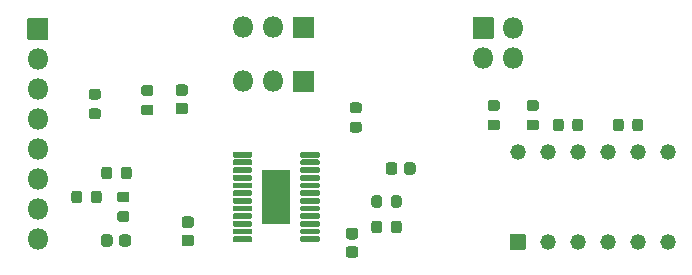
<source format=gbr>
G04 #@! TF.GenerationSoftware,KiCad,Pcbnew,(5.1.8)-1*
G04 #@! TF.CreationDate,2021-02-01T15:09:40-08:00*
G04 #@! TF.ProjectId,Modular_single_driver_Driver,4d6f6475-6c61-4725-9f73-696e676c655f,rev?*
G04 #@! TF.SameCoordinates,Original*
G04 #@! TF.FileFunction,Soldermask,Top*
G04 #@! TF.FilePolarity,Negative*
%FSLAX46Y46*%
G04 Gerber Fmt 4.6, Leading zero omitted, Abs format (unit mm)*
G04 Created by KiCad (PCBNEW (5.1.8)-1) date 2021-02-01 15:09:40*
%MOMM*%
%LPD*%
G01*
G04 APERTURE LIST*
%ADD10O,1.800000X1.800000*%
%ADD11C,1.320000*%
%ADD12R,2.400000X4.680000*%
G04 APERTURE END LIST*
D10*
X169291000Y-111379000D03*
X171831000Y-111379000D03*
G36*
G01*
X173521000Y-110479000D02*
X175221000Y-110479000D01*
G75*
G02*
X175271000Y-110529000I0J-50000D01*
G01*
X175271000Y-112229000D01*
G75*
G02*
X175221000Y-112279000I-50000J0D01*
G01*
X173521000Y-112279000D01*
G75*
G02*
X173471000Y-112229000I0J50000D01*
G01*
X173471000Y-110529000D01*
G75*
G02*
X173521000Y-110479000I50000J0D01*
G01*
G37*
G36*
G01*
X178773500Y-124756500D02*
X178223500Y-124756500D01*
G75*
G02*
X177973500Y-124506500I0J250000D01*
G01*
X177973500Y-124006500D01*
G75*
G02*
X178223500Y-123756500I250000J0D01*
G01*
X178773500Y-123756500D01*
G75*
G02*
X179023500Y-124006500I0J-250000D01*
G01*
X179023500Y-124506500D01*
G75*
G02*
X178773500Y-124756500I-250000J0D01*
G01*
G37*
G36*
G01*
X178773500Y-126306500D02*
X178223500Y-126306500D01*
G75*
G02*
X177973500Y-126056500I0J250000D01*
G01*
X177973500Y-125556500D01*
G75*
G02*
X178223500Y-125306500I250000J0D01*
G01*
X178773500Y-125306500D01*
G75*
G02*
X179023500Y-125556500I0J-250000D01*
G01*
X179023500Y-126056500D01*
G75*
G02*
X178773500Y-126306500I-250000J0D01*
G01*
G37*
G36*
G01*
X163809000Y-113165000D02*
X164359000Y-113165000D01*
G75*
G02*
X164609000Y-113415000I0J-250000D01*
G01*
X164609000Y-113915000D01*
G75*
G02*
X164359000Y-114165000I-250000J0D01*
G01*
X163809000Y-114165000D01*
G75*
G02*
X163559000Y-113915000I0J250000D01*
G01*
X163559000Y-113415000D01*
G75*
G02*
X163809000Y-113165000I250000J0D01*
G01*
G37*
G36*
G01*
X163809000Y-111615000D02*
X164359000Y-111615000D01*
G75*
G02*
X164609000Y-111865000I0J-250000D01*
G01*
X164609000Y-112365000D01*
G75*
G02*
X164359000Y-112615000I-250000J0D01*
G01*
X163809000Y-112615000D01*
G75*
G02*
X163559000Y-112365000I0J250000D01*
G01*
X163559000Y-111865000D01*
G75*
G02*
X163809000Y-111615000I250000J0D01*
G01*
G37*
G36*
G01*
X182338000Y-118470000D02*
X182338000Y-119020000D01*
G75*
G02*
X182088000Y-119270000I-250000J0D01*
G01*
X181588000Y-119270000D01*
G75*
G02*
X181338000Y-119020000I0J250000D01*
G01*
X181338000Y-118470000D01*
G75*
G02*
X181588000Y-118220000I250000J0D01*
G01*
X182088000Y-118220000D01*
G75*
G02*
X182338000Y-118470000I0J-250000D01*
G01*
G37*
G36*
G01*
X183888000Y-118470000D02*
X183888000Y-119020000D01*
G75*
G02*
X183638000Y-119270000I-250000J0D01*
G01*
X183138000Y-119270000D01*
G75*
G02*
X182888000Y-119020000I0J250000D01*
G01*
X182888000Y-118470000D01*
G75*
G02*
X183138000Y-118220000I250000J0D01*
G01*
X183638000Y-118220000D01*
G75*
G02*
X183888000Y-118470000I0J-250000D01*
G01*
G37*
G36*
G01*
X157234000Y-125116000D02*
X157234000Y-124566000D01*
G75*
G02*
X157484000Y-124316000I250000J0D01*
G01*
X157984000Y-124316000D01*
G75*
G02*
X158234000Y-124566000I0J-250000D01*
G01*
X158234000Y-125116000D01*
G75*
G02*
X157984000Y-125366000I-250000J0D01*
G01*
X157484000Y-125366000D01*
G75*
G02*
X157234000Y-125116000I0J250000D01*
G01*
G37*
G36*
G01*
X158784000Y-125116000D02*
X158784000Y-124566000D01*
G75*
G02*
X159034000Y-124316000I250000J0D01*
G01*
X159534000Y-124316000D01*
G75*
G02*
X159784000Y-124566000I0J-250000D01*
G01*
X159784000Y-125116000D01*
G75*
G02*
X159534000Y-125366000I-250000J0D01*
G01*
X159034000Y-125366000D01*
G75*
G02*
X158784000Y-125116000I0J250000D01*
G01*
G37*
G36*
G01*
X164867000Y-125341000D02*
X164317000Y-125341000D01*
G75*
G02*
X164067000Y-125091000I0J250000D01*
G01*
X164067000Y-124591000D01*
G75*
G02*
X164317000Y-124341000I250000J0D01*
G01*
X164867000Y-124341000D01*
G75*
G02*
X165117000Y-124591000I0J-250000D01*
G01*
X165117000Y-125091000D01*
G75*
G02*
X164867000Y-125341000I-250000J0D01*
G01*
G37*
G36*
G01*
X164867000Y-123791000D02*
X164317000Y-123791000D01*
G75*
G02*
X164067000Y-123541000I0J250000D01*
G01*
X164067000Y-123041000D01*
G75*
G02*
X164317000Y-122791000I250000J0D01*
G01*
X164867000Y-122791000D01*
G75*
G02*
X165117000Y-123041000I0J-250000D01*
G01*
X165117000Y-123541000D01*
G75*
G02*
X164867000Y-123791000I-250000J0D01*
G01*
G37*
G36*
G01*
X188711000Y-107704001D02*
X188711000Y-106004001D01*
G75*
G02*
X188761000Y-105954001I50000J0D01*
G01*
X190461000Y-105954001D01*
G75*
G02*
X190511000Y-106004001I0J-50000D01*
G01*
X190511000Y-107704001D01*
G75*
G02*
X190461000Y-107754001I-50000J0D01*
G01*
X188761000Y-107754001D01*
G75*
G02*
X188711000Y-107704001I0J50000D01*
G01*
G37*
X192151000Y-106854001D03*
X189611000Y-109394001D03*
X192151000Y-109394001D03*
G36*
G01*
X150992000Y-107784000D02*
X150992000Y-106084000D01*
G75*
G02*
X151042000Y-106034000I50000J0D01*
G01*
X152742000Y-106034000D01*
G75*
G02*
X152792000Y-106084000I0J-50000D01*
G01*
X152792000Y-107784000D01*
G75*
G02*
X152742000Y-107834000I-50000J0D01*
G01*
X151042000Y-107834000D01*
G75*
G02*
X150992000Y-107784000I0J50000D01*
G01*
G37*
X151892000Y-109474000D03*
X151892000Y-112014000D03*
X151892000Y-114554000D03*
X151892000Y-117094000D03*
X151892000Y-119634000D03*
X151892000Y-122174000D03*
X151892000Y-124714000D03*
G36*
G01*
X173521000Y-105907000D02*
X175221000Y-105907000D01*
G75*
G02*
X175271000Y-105957000I0J-50000D01*
G01*
X175271000Y-107657000D01*
G75*
G02*
X175221000Y-107707000I-50000J0D01*
G01*
X173521000Y-107707000D01*
G75*
G02*
X173471000Y-107657000I0J50000D01*
G01*
X173471000Y-105957000D01*
G75*
G02*
X173521000Y-105907000I50000J0D01*
G01*
G37*
X171831000Y-106807000D03*
X169291000Y-106807000D03*
G36*
G01*
X158184000Y-118826000D02*
X158184000Y-119426000D01*
G75*
G02*
X157959000Y-119651000I-225000J0D01*
G01*
X157509000Y-119651000D01*
G75*
G02*
X157284000Y-119426000I0J225000D01*
G01*
X157284000Y-118826000D01*
G75*
G02*
X157509000Y-118601000I225000J0D01*
G01*
X157959000Y-118601000D01*
G75*
G02*
X158184000Y-118826000I0J-225000D01*
G01*
G37*
G36*
G01*
X159834000Y-118826000D02*
X159834000Y-119426000D01*
G75*
G02*
X159609000Y-119651000I-225000J0D01*
G01*
X159159000Y-119651000D01*
G75*
G02*
X158934000Y-119426000I0J225000D01*
G01*
X158934000Y-118826000D01*
G75*
G02*
X159159000Y-118601000I225000J0D01*
G01*
X159609000Y-118601000D01*
G75*
G02*
X159834000Y-118826000I0J-225000D01*
G01*
G37*
G36*
G01*
X154745000Y-121458000D02*
X154745000Y-120858000D01*
G75*
G02*
X154970000Y-120633000I225000J0D01*
G01*
X155420000Y-120633000D01*
G75*
G02*
X155645000Y-120858000I0J-225000D01*
G01*
X155645000Y-121458000D01*
G75*
G02*
X155420000Y-121683000I-225000J0D01*
G01*
X154970000Y-121683000D01*
G75*
G02*
X154745000Y-121458000I0J225000D01*
G01*
G37*
G36*
G01*
X156395000Y-121458000D02*
X156395000Y-120858000D01*
G75*
G02*
X156620000Y-120633000I225000J0D01*
G01*
X157070000Y-120633000D01*
G75*
G02*
X157295000Y-120858000I0J-225000D01*
G01*
X157295000Y-121458000D01*
G75*
G02*
X157070000Y-121683000I-225000J0D01*
G01*
X156620000Y-121683000D01*
G75*
G02*
X156395000Y-121458000I0J225000D01*
G01*
G37*
G36*
G01*
X181794000Y-123998000D02*
X181794000Y-123398000D01*
G75*
G02*
X182019000Y-123173000I225000J0D01*
G01*
X182469000Y-123173000D01*
G75*
G02*
X182694000Y-123398000I0J-225000D01*
G01*
X182694000Y-123998000D01*
G75*
G02*
X182469000Y-124223000I-225000J0D01*
G01*
X182019000Y-124223000D01*
G75*
G02*
X181794000Y-123998000I0J225000D01*
G01*
G37*
G36*
G01*
X180144000Y-123998000D02*
X180144000Y-123398000D01*
G75*
G02*
X180369000Y-123173000I225000J0D01*
G01*
X180819000Y-123173000D01*
G75*
G02*
X181044000Y-123398000I0J-225000D01*
G01*
X181044000Y-123998000D01*
G75*
G02*
X180819000Y-124223000I-225000J0D01*
G01*
X180369000Y-124223000D01*
G75*
G02*
X180144000Y-123998000I0J225000D01*
G01*
G37*
G36*
G01*
X178516000Y-113152000D02*
X179116000Y-113152000D01*
G75*
G02*
X179341000Y-113377000I0J-225000D01*
G01*
X179341000Y-113827000D01*
G75*
G02*
X179116000Y-114052000I-225000J0D01*
G01*
X178516000Y-114052000D01*
G75*
G02*
X178291000Y-113827000I0J225000D01*
G01*
X178291000Y-113377000D01*
G75*
G02*
X178516000Y-113152000I225000J0D01*
G01*
G37*
G36*
G01*
X178516000Y-114802000D02*
X179116000Y-114802000D01*
G75*
G02*
X179341000Y-115027000I0J-225000D01*
G01*
X179341000Y-115477000D01*
G75*
G02*
X179116000Y-115702000I-225000J0D01*
G01*
X178516000Y-115702000D01*
G75*
G02*
X178291000Y-115477000I0J225000D01*
G01*
X178291000Y-115027000D01*
G75*
G02*
X178516000Y-114802000I225000J0D01*
G01*
G37*
G36*
G01*
X182694000Y-121239000D02*
X182694000Y-121839000D01*
G75*
G02*
X182469000Y-122064000I-225000J0D01*
G01*
X182019000Y-122064000D01*
G75*
G02*
X181794000Y-121839000I0J225000D01*
G01*
X181794000Y-121239000D01*
G75*
G02*
X182019000Y-121014000I225000J0D01*
G01*
X182469000Y-121014000D01*
G75*
G02*
X182694000Y-121239000I0J-225000D01*
G01*
G37*
G36*
G01*
X181044000Y-121239000D02*
X181044000Y-121839000D01*
G75*
G02*
X180819000Y-122064000I-225000J0D01*
G01*
X180369000Y-122064000D01*
G75*
G02*
X180144000Y-121839000I0J225000D01*
G01*
X180144000Y-121239000D01*
G75*
G02*
X180369000Y-121014000I225000J0D01*
G01*
X180819000Y-121014000D01*
G75*
G02*
X181044000Y-121239000I0J-225000D01*
G01*
G37*
G36*
G01*
X161463000Y-114241000D02*
X160863000Y-114241000D01*
G75*
G02*
X160638000Y-114016000I0J225000D01*
G01*
X160638000Y-113566000D01*
G75*
G02*
X160863000Y-113341000I225000J0D01*
G01*
X161463000Y-113341000D01*
G75*
G02*
X161688000Y-113566000I0J-225000D01*
G01*
X161688000Y-114016000D01*
G75*
G02*
X161463000Y-114241000I-225000J0D01*
G01*
G37*
G36*
G01*
X161463000Y-112591000D02*
X160863000Y-112591000D01*
G75*
G02*
X160638000Y-112366000I0J225000D01*
G01*
X160638000Y-111916000D01*
G75*
G02*
X160863000Y-111691000I225000J0D01*
G01*
X161463000Y-111691000D01*
G75*
G02*
X161688000Y-111916000I0J-225000D01*
G01*
X161688000Y-112366000D01*
G75*
G02*
X161463000Y-112591000I-225000J0D01*
G01*
G37*
G36*
G01*
X157018000Y-112909000D02*
X156418000Y-112909000D01*
G75*
G02*
X156193000Y-112684000I0J225000D01*
G01*
X156193000Y-112234000D01*
G75*
G02*
X156418000Y-112009000I225000J0D01*
G01*
X157018000Y-112009000D01*
G75*
G02*
X157243000Y-112234000I0J-225000D01*
G01*
X157243000Y-112684000D01*
G75*
G02*
X157018000Y-112909000I-225000J0D01*
G01*
G37*
G36*
G01*
X157018000Y-114559000D02*
X156418000Y-114559000D01*
G75*
G02*
X156193000Y-114334000I0J225000D01*
G01*
X156193000Y-113884000D01*
G75*
G02*
X156418000Y-113659000I225000J0D01*
G01*
X157018000Y-113659000D01*
G75*
G02*
X157243000Y-113884000I0J-225000D01*
G01*
X157243000Y-114334000D01*
G75*
G02*
X157018000Y-114559000I-225000J0D01*
G01*
G37*
G36*
G01*
X159431000Y-123259000D02*
X158831000Y-123259000D01*
G75*
G02*
X158606000Y-123034000I0J225000D01*
G01*
X158606000Y-122584000D01*
G75*
G02*
X158831000Y-122359000I225000J0D01*
G01*
X159431000Y-122359000D01*
G75*
G02*
X159656000Y-122584000I0J-225000D01*
G01*
X159656000Y-123034000D01*
G75*
G02*
X159431000Y-123259000I-225000J0D01*
G01*
G37*
G36*
G01*
X159431000Y-121609000D02*
X158831000Y-121609000D01*
G75*
G02*
X158606000Y-121384000I0J225000D01*
G01*
X158606000Y-120934000D01*
G75*
G02*
X158831000Y-120709000I225000J0D01*
G01*
X159431000Y-120709000D01*
G75*
G02*
X159656000Y-120934000I0J-225000D01*
G01*
X159656000Y-121384000D01*
G75*
G02*
X159431000Y-121609000I-225000J0D01*
G01*
G37*
G36*
G01*
X190200000Y-114612000D02*
X190800000Y-114612000D01*
G75*
G02*
X191025000Y-114837000I0J-225000D01*
G01*
X191025000Y-115287000D01*
G75*
G02*
X190800000Y-115512000I-225000J0D01*
G01*
X190200000Y-115512000D01*
G75*
G02*
X189975000Y-115287000I0J225000D01*
G01*
X189975000Y-114837000D01*
G75*
G02*
X190200000Y-114612000I225000J0D01*
G01*
G37*
G36*
G01*
X190200000Y-112962000D02*
X190800000Y-112962000D01*
G75*
G02*
X191025000Y-113187000I0J-225000D01*
G01*
X191025000Y-113637000D01*
G75*
G02*
X190800000Y-113862000I-225000J0D01*
G01*
X190200000Y-113862000D01*
G75*
G02*
X189975000Y-113637000I0J225000D01*
G01*
X189975000Y-113187000D01*
G75*
G02*
X190200000Y-112962000I225000J0D01*
G01*
G37*
G36*
G01*
X193502000Y-112962000D02*
X194102000Y-112962000D01*
G75*
G02*
X194327000Y-113187000I0J-225000D01*
G01*
X194327000Y-113637000D01*
G75*
G02*
X194102000Y-113862000I-225000J0D01*
G01*
X193502000Y-113862000D01*
G75*
G02*
X193277000Y-113637000I0J225000D01*
G01*
X193277000Y-113187000D01*
G75*
G02*
X193502000Y-112962000I225000J0D01*
G01*
G37*
G36*
G01*
X193502000Y-114612000D02*
X194102000Y-114612000D01*
G75*
G02*
X194327000Y-114837000I0J-225000D01*
G01*
X194327000Y-115287000D01*
G75*
G02*
X194102000Y-115512000I-225000J0D01*
G01*
X193502000Y-115512000D01*
G75*
G02*
X193277000Y-115287000I0J225000D01*
G01*
X193277000Y-114837000D01*
G75*
G02*
X193502000Y-114612000I225000J0D01*
G01*
G37*
G36*
G01*
X195512000Y-115362000D02*
X195512000Y-114762000D01*
G75*
G02*
X195737000Y-114537000I225000J0D01*
G01*
X196187000Y-114537000D01*
G75*
G02*
X196412000Y-114762000I0J-225000D01*
G01*
X196412000Y-115362000D01*
G75*
G02*
X196187000Y-115587000I-225000J0D01*
G01*
X195737000Y-115587000D01*
G75*
G02*
X195512000Y-115362000I0J225000D01*
G01*
G37*
G36*
G01*
X197162000Y-115362000D02*
X197162000Y-114762000D01*
G75*
G02*
X197387000Y-114537000I225000J0D01*
G01*
X197837000Y-114537000D01*
G75*
G02*
X198062000Y-114762000I0J-225000D01*
G01*
X198062000Y-115362000D01*
G75*
G02*
X197837000Y-115587000I-225000J0D01*
G01*
X197387000Y-115587000D01*
G75*
G02*
X197162000Y-115362000I0J225000D01*
G01*
G37*
G36*
G01*
X202241000Y-115362000D02*
X202241000Y-114762000D01*
G75*
G02*
X202466000Y-114537000I225000J0D01*
G01*
X202916000Y-114537000D01*
G75*
G02*
X203141000Y-114762000I0J-225000D01*
G01*
X203141000Y-115362000D01*
G75*
G02*
X202916000Y-115587000I-225000J0D01*
G01*
X202466000Y-115587000D01*
G75*
G02*
X202241000Y-115362000I0J225000D01*
G01*
G37*
G36*
G01*
X200591000Y-115362000D02*
X200591000Y-114762000D01*
G75*
G02*
X200816000Y-114537000I225000J0D01*
G01*
X201266000Y-114537000D01*
G75*
G02*
X201491000Y-114762000I0J-225000D01*
G01*
X201491000Y-115362000D01*
G75*
G02*
X201266000Y-115587000I-225000J0D01*
G01*
X200816000Y-115587000D01*
G75*
G02*
X200591000Y-115362000I0J225000D01*
G01*
G37*
G36*
G01*
X193142000Y-125628000D02*
X191922000Y-125628000D01*
G75*
G02*
X191872000Y-125578000I0J50000D01*
G01*
X191872000Y-124358000D01*
G75*
G02*
X191922000Y-124308000I50000J0D01*
G01*
X193142000Y-124308000D01*
G75*
G02*
X193192000Y-124358000I0J-50000D01*
G01*
X193192000Y-125578000D01*
G75*
G02*
X193142000Y-125628000I-50000J0D01*
G01*
G37*
D11*
X195072000Y-124968000D03*
X197612000Y-124968000D03*
X200152000Y-124968000D03*
X202692000Y-124968000D03*
X205232000Y-124968000D03*
X205232000Y-117348000D03*
X202692000Y-117348000D03*
X200152000Y-117348000D03*
X197612000Y-117348000D03*
X195072000Y-117348000D03*
X192532000Y-117348000D03*
G36*
G01*
X168385000Y-117708000D02*
X168385000Y-117458000D01*
G75*
G02*
X168510000Y-117333000I125000J0D01*
G01*
X169935000Y-117333000D01*
G75*
G02*
X170060000Y-117458000I0J-125000D01*
G01*
X170060000Y-117708000D01*
G75*
G02*
X169935000Y-117833000I-125000J0D01*
G01*
X168510000Y-117833000D01*
G75*
G02*
X168385000Y-117708000I0J125000D01*
G01*
G37*
G36*
G01*
X168385000Y-118358000D02*
X168385000Y-118108000D01*
G75*
G02*
X168510000Y-117983000I125000J0D01*
G01*
X169935000Y-117983000D01*
G75*
G02*
X170060000Y-118108000I0J-125000D01*
G01*
X170060000Y-118358000D01*
G75*
G02*
X169935000Y-118483000I-125000J0D01*
G01*
X168510000Y-118483000D01*
G75*
G02*
X168385000Y-118358000I0J125000D01*
G01*
G37*
G36*
G01*
X168385000Y-119008000D02*
X168385000Y-118758000D01*
G75*
G02*
X168510000Y-118633000I125000J0D01*
G01*
X169935000Y-118633000D01*
G75*
G02*
X170060000Y-118758000I0J-125000D01*
G01*
X170060000Y-119008000D01*
G75*
G02*
X169935000Y-119133000I-125000J0D01*
G01*
X168510000Y-119133000D01*
G75*
G02*
X168385000Y-119008000I0J125000D01*
G01*
G37*
G36*
G01*
X168385000Y-119658000D02*
X168385000Y-119408000D01*
G75*
G02*
X168510000Y-119283000I125000J0D01*
G01*
X169935000Y-119283000D01*
G75*
G02*
X170060000Y-119408000I0J-125000D01*
G01*
X170060000Y-119658000D01*
G75*
G02*
X169935000Y-119783000I-125000J0D01*
G01*
X168510000Y-119783000D01*
G75*
G02*
X168385000Y-119658000I0J125000D01*
G01*
G37*
G36*
G01*
X168385000Y-120308000D02*
X168385000Y-120058000D01*
G75*
G02*
X168510000Y-119933000I125000J0D01*
G01*
X169935000Y-119933000D01*
G75*
G02*
X170060000Y-120058000I0J-125000D01*
G01*
X170060000Y-120308000D01*
G75*
G02*
X169935000Y-120433000I-125000J0D01*
G01*
X168510000Y-120433000D01*
G75*
G02*
X168385000Y-120308000I0J125000D01*
G01*
G37*
G36*
G01*
X168385000Y-120958000D02*
X168385000Y-120708000D01*
G75*
G02*
X168510000Y-120583000I125000J0D01*
G01*
X169935000Y-120583000D01*
G75*
G02*
X170060000Y-120708000I0J-125000D01*
G01*
X170060000Y-120958000D01*
G75*
G02*
X169935000Y-121083000I-125000J0D01*
G01*
X168510000Y-121083000D01*
G75*
G02*
X168385000Y-120958000I0J125000D01*
G01*
G37*
G36*
G01*
X168385000Y-121608000D02*
X168385000Y-121358000D01*
G75*
G02*
X168510000Y-121233000I125000J0D01*
G01*
X169935000Y-121233000D01*
G75*
G02*
X170060000Y-121358000I0J-125000D01*
G01*
X170060000Y-121608000D01*
G75*
G02*
X169935000Y-121733000I-125000J0D01*
G01*
X168510000Y-121733000D01*
G75*
G02*
X168385000Y-121608000I0J125000D01*
G01*
G37*
G36*
G01*
X168385000Y-122258000D02*
X168385000Y-122008000D01*
G75*
G02*
X168510000Y-121883000I125000J0D01*
G01*
X169935000Y-121883000D01*
G75*
G02*
X170060000Y-122008000I0J-125000D01*
G01*
X170060000Y-122258000D01*
G75*
G02*
X169935000Y-122383000I-125000J0D01*
G01*
X168510000Y-122383000D01*
G75*
G02*
X168385000Y-122258000I0J125000D01*
G01*
G37*
G36*
G01*
X168385000Y-122908000D02*
X168385000Y-122658000D01*
G75*
G02*
X168510000Y-122533000I125000J0D01*
G01*
X169935000Y-122533000D01*
G75*
G02*
X170060000Y-122658000I0J-125000D01*
G01*
X170060000Y-122908000D01*
G75*
G02*
X169935000Y-123033000I-125000J0D01*
G01*
X168510000Y-123033000D01*
G75*
G02*
X168385000Y-122908000I0J125000D01*
G01*
G37*
G36*
G01*
X168385000Y-123558000D02*
X168385000Y-123308000D01*
G75*
G02*
X168510000Y-123183000I125000J0D01*
G01*
X169935000Y-123183000D01*
G75*
G02*
X170060000Y-123308000I0J-125000D01*
G01*
X170060000Y-123558000D01*
G75*
G02*
X169935000Y-123683000I-125000J0D01*
G01*
X168510000Y-123683000D01*
G75*
G02*
X168385000Y-123558000I0J125000D01*
G01*
G37*
G36*
G01*
X168385000Y-124208000D02*
X168385000Y-123958000D01*
G75*
G02*
X168510000Y-123833000I125000J0D01*
G01*
X169935000Y-123833000D01*
G75*
G02*
X170060000Y-123958000I0J-125000D01*
G01*
X170060000Y-124208000D01*
G75*
G02*
X169935000Y-124333000I-125000J0D01*
G01*
X168510000Y-124333000D01*
G75*
G02*
X168385000Y-124208000I0J125000D01*
G01*
G37*
G36*
G01*
X168385000Y-124858000D02*
X168385000Y-124608000D01*
G75*
G02*
X168510000Y-124483000I125000J0D01*
G01*
X169935000Y-124483000D01*
G75*
G02*
X170060000Y-124608000I0J-125000D01*
G01*
X170060000Y-124858000D01*
G75*
G02*
X169935000Y-124983000I-125000J0D01*
G01*
X168510000Y-124983000D01*
G75*
G02*
X168385000Y-124858000I0J125000D01*
G01*
G37*
G36*
G01*
X174110000Y-124858000D02*
X174110000Y-124608000D01*
G75*
G02*
X174235000Y-124483000I125000J0D01*
G01*
X175660000Y-124483000D01*
G75*
G02*
X175785000Y-124608000I0J-125000D01*
G01*
X175785000Y-124858000D01*
G75*
G02*
X175660000Y-124983000I-125000J0D01*
G01*
X174235000Y-124983000D01*
G75*
G02*
X174110000Y-124858000I0J125000D01*
G01*
G37*
G36*
G01*
X174110000Y-124208000D02*
X174110000Y-123958000D01*
G75*
G02*
X174235000Y-123833000I125000J0D01*
G01*
X175660000Y-123833000D01*
G75*
G02*
X175785000Y-123958000I0J-125000D01*
G01*
X175785000Y-124208000D01*
G75*
G02*
X175660000Y-124333000I-125000J0D01*
G01*
X174235000Y-124333000D01*
G75*
G02*
X174110000Y-124208000I0J125000D01*
G01*
G37*
G36*
G01*
X174110000Y-123558000D02*
X174110000Y-123308000D01*
G75*
G02*
X174235000Y-123183000I125000J0D01*
G01*
X175660000Y-123183000D01*
G75*
G02*
X175785000Y-123308000I0J-125000D01*
G01*
X175785000Y-123558000D01*
G75*
G02*
X175660000Y-123683000I-125000J0D01*
G01*
X174235000Y-123683000D01*
G75*
G02*
X174110000Y-123558000I0J125000D01*
G01*
G37*
G36*
G01*
X174110000Y-122908000D02*
X174110000Y-122658000D01*
G75*
G02*
X174235000Y-122533000I125000J0D01*
G01*
X175660000Y-122533000D01*
G75*
G02*
X175785000Y-122658000I0J-125000D01*
G01*
X175785000Y-122908000D01*
G75*
G02*
X175660000Y-123033000I-125000J0D01*
G01*
X174235000Y-123033000D01*
G75*
G02*
X174110000Y-122908000I0J125000D01*
G01*
G37*
G36*
G01*
X174110000Y-122258000D02*
X174110000Y-122008000D01*
G75*
G02*
X174235000Y-121883000I125000J0D01*
G01*
X175660000Y-121883000D01*
G75*
G02*
X175785000Y-122008000I0J-125000D01*
G01*
X175785000Y-122258000D01*
G75*
G02*
X175660000Y-122383000I-125000J0D01*
G01*
X174235000Y-122383000D01*
G75*
G02*
X174110000Y-122258000I0J125000D01*
G01*
G37*
G36*
G01*
X174110000Y-121608000D02*
X174110000Y-121358000D01*
G75*
G02*
X174235000Y-121233000I125000J0D01*
G01*
X175660000Y-121233000D01*
G75*
G02*
X175785000Y-121358000I0J-125000D01*
G01*
X175785000Y-121608000D01*
G75*
G02*
X175660000Y-121733000I-125000J0D01*
G01*
X174235000Y-121733000D01*
G75*
G02*
X174110000Y-121608000I0J125000D01*
G01*
G37*
G36*
G01*
X174110000Y-120958000D02*
X174110000Y-120708000D01*
G75*
G02*
X174235000Y-120583000I125000J0D01*
G01*
X175660000Y-120583000D01*
G75*
G02*
X175785000Y-120708000I0J-125000D01*
G01*
X175785000Y-120958000D01*
G75*
G02*
X175660000Y-121083000I-125000J0D01*
G01*
X174235000Y-121083000D01*
G75*
G02*
X174110000Y-120958000I0J125000D01*
G01*
G37*
G36*
G01*
X174110000Y-120308000D02*
X174110000Y-120058000D01*
G75*
G02*
X174235000Y-119933000I125000J0D01*
G01*
X175660000Y-119933000D01*
G75*
G02*
X175785000Y-120058000I0J-125000D01*
G01*
X175785000Y-120308000D01*
G75*
G02*
X175660000Y-120433000I-125000J0D01*
G01*
X174235000Y-120433000D01*
G75*
G02*
X174110000Y-120308000I0J125000D01*
G01*
G37*
G36*
G01*
X174110000Y-119658000D02*
X174110000Y-119408000D01*
G75*
G02*
X174235000Y-119283000I125000J0D01*
G01*
X175660000Y-119283000D01*
G75*
G02*
X175785000Y-119408000I0J-125000D01*
G01*
X175785000Y-119658000D01*
G75*
G02*
X175660000Y-119783000I-125000J0D01*
G01*
X174235000Y-119783000D01*
G75*
G02*
X174110000Y-119658000I0J125000D01*
G01*
G37*
G36*
G01*
X174110000Y-119008000D02*
X174110000Y-118758000D01*
G75*
G02*
X174235000Y-118633000I125000J0D01*
G01*
X175660000Y-118633000D01*
G75*
G02*
X175785000Y-118758000I0J-125000D01*
G01*
X175785000Y-119008000D01*
G75*
G02*
X175660000Y-119133000I-125000J0D01*
G01*
X174235000Y-119133000D01*
G75*
G02*
X174110000Y-119008000I0J125000D01*
G01*
G37*
G36*
G01*
X174110000Y-118358000D02*
X174110000Y-118108000D01*
G75*
G02*
X174235000Y-117983000I125000J0D01*
G01*
X175660000Y-117983000D01*
G75*
G02*
X175785000Y-118108000I0J-125000D01*
G01*
X175785000Y-118358000D01*
G75*
G02*
X175660000Y-118483000I-125000J0D01*
G01*
X174235000Y-118483000D01*
G75*
G02*
X174110000Y-118358000I0J125000D01*
G01*
G37*
G36*
G01*
X174110000Y-117708000D02*
X174110000Y-117458000D01*
G75*
G02*
X174235000Y-117333000I125000J0D01*
G01*
X175660000Y-117333000D01*
G75*
G02*
X175785000Y-117458000I0J-125000D01*
G01*
X175785000Y-117708000D01*
G75*
G02*
X175660000Y-117833000I-125000J0D01*
G01*
X174235000Y-117833000D01*
G75*
G02*
X174110000Y-117708000I0J125000D01*
G01*
G37*
D12*
X172085000Y-121158000D03*
M02*

</source>
